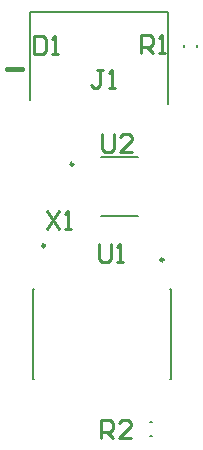
<source format=gbr>
%TF.GenerationSoftware,Altium Limited,Altium Designer,23.7.1 (13)*%
G04 Layer_Color=65535*
%FSLAX45Y45*%
%MOMM*%
%TF.SameCoordinates,324F84FA-45DE-4E37-BCC6-85F6FB8D9206*%
%TF.FilePolarity,Positive*%
%TF.FileFunction,Legend,Top*%
%TF.Part,Single*%
G01*
G75*
%TA.AperFunction,NonConductor*%
%ADD21C,0.25000*%
%ADD22C,0.40000*%
%ADD23C,0.20000*%
%ADD24C,0.25400*%
D21*
X4217500Y4600000D02*
G03*
X4217500Y4600000I-12500J0D01*
G01*
X5220500Y4480000D02*
G03*
X5220500Y4480000I-12500J0D01*
G01*
X4457500Y5290500D02*
G03*
X4457500Y5290500I-12500J0D01*
G01*
D22*
X3897500Y6095001D02*
X4022499D01*
D23*
X5392499Y6280002D02*
Y6300002D01*
X5507500Y6280002D02*
Y6300002D01*
X5107498Y3107502D02*
X5127498D01*
X5107498Y2992501D02*
X5127498D01*
X5260000Y5799999D02*
Y6580002D01*
X4089999D02*
X5260000D01*
X4089999Y5830001D02*
Y6580002D01*
X5275499Y4229999D02*
X5287498D01*
X4112499D02*
X4124498D01*
X4112499Y3470001D02*
Y4229999D01*
X5275499Y3470001D02*
X5287498D01*
X4112499D02*
X4124498D01*
X5287498D02*
Y4229999D01*
X4695002Y4849998D02*
X5004999D01*
X4695002Y5350002D02*
X5004999D01*
D24*
X4238433Y4896175D02*
X4340000Y4743825D01*
Y4896175D02*
X4238433Y4743825D01*
X4390784D02*
X4441567D01*
X4416176D01*
Y4896175D01*
X4390784Y4870784D01*
X4693041Y2973825D02*
Y3126175D01*
X4769217D01*
X4794608Y3100783D01*
Y3050000D01*
X4769217Y3024608D01*
X4693041D01*
X4743825D02*
X4794608Y2973825D01*
X4946959D02*
X4845392D01*
X4946959Y3075392D01*
Y3100783D01*
X4921567Y3126175D01*
X4870784D01*
X4845392Y3100783D01*
X5028433Y6233825D02*
Y6386175D01*
X5104608D01*
X5130000Y6360784D01*
Y6310000D01*
X5104608Y6284608D01*
X5028433D01*
X5079216D02*
X5130000Y6233825D01*
X5180784D02*
X5231567D01*
X5206176D01*
Y6386175D01*
X5180784Y6360784D01*
X4128433Y6376175D02*
Y6223825D01*
X4204608D01*
X4230000Y6249217D01*
Y6350784D01*
X4204608Y6376175D01*
X4128433D01*
X4280784Y6223825D02*
X4331567D01*
X4306176D01*
Y6376175D01*
X4280784Y6350784D01*
X4710000Y6086175D02*
X4659216D01*
X4684608D01*
Y5959216D01*
X4659216Y5933825D01*
X4633825D01*
X4608433Y5959216D01*
X4760784Y5933825D02*
X4811567D01*
X4786176D01*
Y6086175D01*
X4760784Y6060783D01*
X4703041Y5546175D02*
Y5419216D01*
X4728433Y5393825D01*
X4779217D01*
X4804608Y5419216D01*
Y5546175D01*
X4956959Y5393825D02*
X4855392D01*
X4956959Y5495392D01*
Y5520783D01*
X4931567Y5546175D01*
X4880784D01*
X4855392Y5520783D01*
X4678433Y4616175D02*
Y4489217D01*
X4703825Y4463825D01*
X4754608D01*
X4780000Y4489217D01*
Y4616175D01*
X4830784Y4463825D02*
X4881567D01*
X4856176D01*
Y4616175D01*
X4830784Y4590784D01*
%TF.MD5,23c0594a18402b6fb611b3f23240a7a5*%
M02*

</source>
